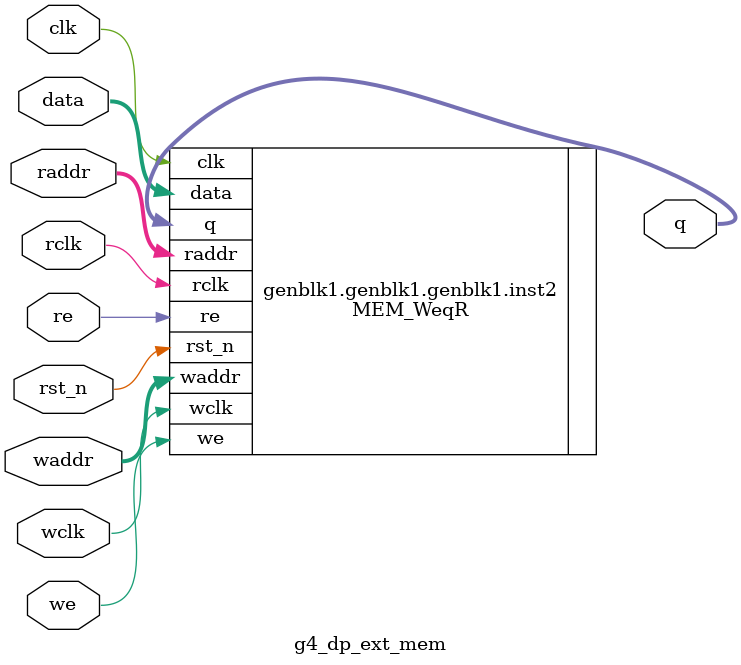
<source format=v>
module g4_dp_ext_mem  (
          clk,
          wclk,
          rclk,
          rst_n,
          waddr,
          raddr,
          data,
          we,
          re,
          q
          );
          
// Memory parameters
parameter SYNC   = 0;    
parameter RAM_RW = 18;    
parameter RAM_WW = 18;    
parameter RAM_WD = 10; 
parameter RAM_RD = 10; 
parameter WRITE_ADDRESS_END = 1024;   
parameter READ_ADDRESS_END = 1024;   

parameter WRITE_CLK    = 1;
parameter READ_CLK     = 1;
parameter WRITE_ENABLE = 1;
parameter READ_ENABLE  = 1;
parameter RESET_POLARITY  = 0;
parameter PIPE  = 1;


// local inputs
input clk;          
input wclk;          
input rclk;          
input rst_n;      

// local inputs - memory functional bus
input [RAM_WD-1:0] waddr;
input [RAM_WW-1:0] data;

input [RAM_RD-1:0] raddr;
input we;
input re;


//OUTPUTS
//======
output [RAM_RW-1:0] q;

generate
if (RAM_RW > RAM_WW) begin

MEM_WltR #(
                                    .SYNC(SYNC),
                                    .RAM_WW(RAM_WW),
                                    .RAM_RW(RAM_RW),
                                    .RAM_WD(RAM_WD),
                                    .RAM_RD(RAM_RD),
                                    .READ_ADDRESS_END(READ_ADDRESS_END),
                                    .WRITE_ADDRESS_END(WRITE_ADDRESS_END),
                                    .WRITE_CLK(WRITE_CLK),
                                    .READ_CLK(READ_CLK),
                                    .WRITE_ENABLE(WRITE_ENABLE),
                                    .READ_ENABLE(READ_ENABLE),
                                    .RESET_POLARITY(RESET_POLARITY),
                                    .PIPE(PIPE)
         )
         inst0 (.clk(clk),.wclk(wclk),.rclk(rclk),.rst_n(rst_n),.waddr(waddr),.raddr(raddr),.data(data),.we(we),.re(re),.q(q));

end       
else if (RAM_RW < RAM_WW) begin

MEM_WgtR #(
                                    .SYNC(SYNC),
                                    .RAM_WW(RAM_WW),
                                    .RAM_RW(RAM_RW),
                                    .RAM_WD(RAM_WD),
                                    .RAM_RD(RAM_RD),
                                    .READ_ADDRESS_END(READ_ADDRESS_END),
                                    .WRITE_ADDRESS_END(WRITE_ADDRESS_END),
                                    .WRITE_CLK(WRITE_CLK),
                                    .READ_CLK(READ_CLK),
                                    .WRITE_ENABLE(WRITE_ENABLE),
                                    .READ_ENABLE(READ_ENABLE),
                                    .RESET_POLARITY(RESET_POLARITY),
                                    .PIPE(PIPE)
        )
         inst1 (.clk(clk),.wclk(wclk),.rclk(rclk),.rst_n(rst_n),.waddr(waddr),.raddr(raddr),.data(data),.we(we),.re(re),.q(q));

end       
else if (RAM_RW == RAM_WW) begin
MEM_WeqR # (
                                    .SYNC(SYNC),
                                    .RAM_WW(RAM_WW),
                                    .RAM_RW(RAM_RW),
                                    .RAM_WD(RAM_WD),
                                    .RAM_RD(RAM_RD),
                                    .READ_ADDRESS_END(READ_ADDRESS_END),
                                    .WRITE_ADDRESS_END(WRITE_ADDRESS_END),
                                    .WRITE_CLK(WRITE_CLK),
                                    .READ_CLK(READ_CLK),
                                    .WRITE_ENABLE(WRITE_ENABLE),
                                    .READ_ENABLE(READ_ENABLE),
                                    .RESET_POLARITY(RESET_POLARITY),
                                    .PIPE(PIPE)
          )
          inst2 (.clk(clk),.wclk(wclk),.rclk(rclk),.rst_n(rst_n),.waddr(waddr),.raddr(raddr),.data(data),.we(we),.re(re),.q(q));

end
endgenerate
endmodule




</source>
